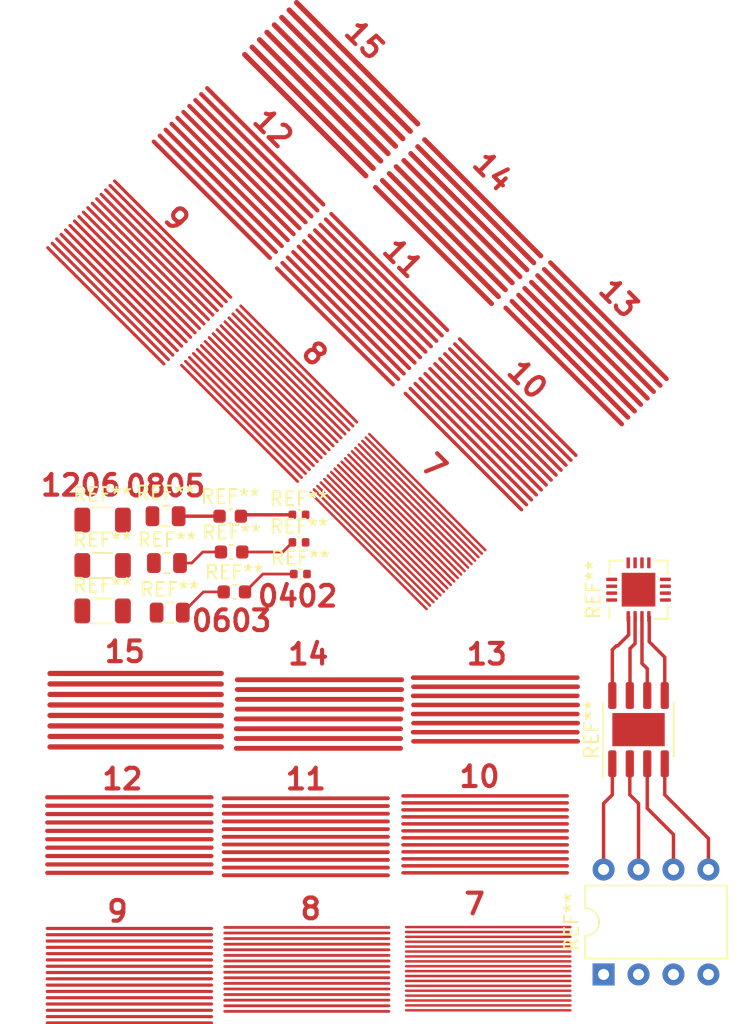
<source format=kicad_pcb>
(kicad_pcb (version 20211014) (generator pcbnew)
  (layers (0 "F.Cu" signal) (31 "B.Cu" signal) (34 "B.Paste" user) (35 "F.Paste" user) (36 "B.SilkS" user "B.Silkscreen") (37 "F.SilkS" user "F.Silkscreen") (38 "B.Mask" user) (39 "F.Mask" user) (44 "Edge.Cuts" user))
  (net 0 "")
  (footprint "Capacitor_SMD:C_1206_3216Metric" (layer "F.Cu") (at 24.621138 55.865062)
    (fp_text reference "REF**" (at 0 -1.85) (layer "F.SilkS"))
    (fp_text value "C_1206_3216Metric")
    (fp_line (start -0.711252 -0.91) (end 0.711252 -0.91) (layer "F.SilkS") (width 0.12))
    (fp_line (start -0.711252 0.91) (end 0.711252 0.91) (layer "F.SilkS") (width 0.12))
    (pad "1" smd roundrect (at -1.475 0) (size 1.15 1.8) (layers "F.Cu" "F.Paste" "F.Mask") (roundrect_rratio 0.2173913043))
    (pad "2" smd roundrect (at 1.475 0) (size 1.15 1.8) (layers "F.Cu" "F.Paste" "F.Mask") (roundrect_rratio 0.2173913043))
  )
  (footprint "Capacitor_SMD:C_0603_1608Metric" (layer "F.Cu") (at 34.196738 57.786462)
    (fp_text reference "REF**" (at 0 -1.43) (layer "F.SilkS"))
    (fp_text value "C_0603_1608Metric")
    (fp_line (start -0.14058 0.51) (end 0.14058 0.51) (layer "F.SilkS") (width 0.12))
    (fp_line (start -0.14058 -0.51) (end 0.14058 -0.51) (layer "F.SilkS") (width 0.12))
    (pad "1" smd roundrect (at -0.775 0) (size 0.9 0.95) (layers "F.Cu" "F.Paste" "F.Mask"))
    (pad "2" smd roundrect (at 0.775 0) (size 0.9 0.95) (layers "F.Cu" "F.Paste" "F.Mask"))
  )
  (footprint "Capacitor_SMD:C_0402_1005Metric" (layer "F.Cu") (at 38.896738 52.186462)
    (fp_text reference "REF**" (at 0 -1.16) (layer "F.SilkS"))
    (fp_text value "C_0402_1005Metric")
    (fp_line (start -0.107836 -0.36) (end 0.107836 -0.36) (layer "F.SilkS") (width 0.12))
    (fp_line (start -0.107836 0.36) (end 0.107836 0.36) (layer "F.SilkS") (width 0.12))
    (pad "1" smd roundrect (at -0.48 0) (size 0.56 0.62) (layers "F.Cu" "F.Paste" "F.Mask"))
    (pad "2" smd roundrect (at 0.48 0) (size 0.56 0.62) (layers "F.Cu" "F.Paste" "F.Mask"))
  )
  (footprint "Capacitor_SMD:C_1206_3216Metric" (layer "F.Cu") (at 24.621138 59.165062)
    (fp_text reference "REF**" (at 0 -1.85) (layer "F.SilkS"))
    (fp_text value "C_1206_3216Metric")
    (fp_line (start -0.711252 -0.91) (end 0.711252 -0.91) (layer "F.SilkS") (width 0.12))
    (fp_line (start -0.711252 0.91) (end 0.711252 0.91) (layer "F.SilkS") (width 0.12))
    (pad "1" smd roundrect (at -1.475 0) (size 1.15 1.8) (layers "F.Cu" "F.Paste" "F.Mask") (roundrect_rratio 0.2173913043))
    (pad "2" smd roundrect (at 1.475 0) (size 1.15 1.8) (layers "F.Cu" "F.Paste" "F.Mask") (roundrect_rratio 0.2173913043))
  )
  (footprint "Package_SO:SOIC-8-1EP_3.9x4.9mm_P1.27mm_EP2.41x3.81mm" (layer "F.Cu") (at 63.575919 67.783355 90)
    (fp_text reference "REF**" (at 0 -3.4 90) (layer "F.SilkS"))
    (fp_text value "SOIC-8-1EP_3.9x4.9mm_P1.27mm_EP2.41x3.81mm")
    (fp_line (start 0 -2.56) (end -3.45 -2.56) (layer "F.SilkS") (width 0.12))
    (fp_line (start 0 2.56) (end -1.95 2.56) (layer "F.SilkS") (width 0.12))
    (fp_line (start 0 -2.56) (end 1.95 -2.56) (layer "F.SilkS") (width 0.12))
    (fp_line (start 0 2.56) (end 1.95 2.56) (layer "F.SilkS") (width 0.12))
    (pad "1" smd roundrect (at -2.475 -1.905 90) (size 1.95 0.6) (layers "F.Cu" "F.Paste" "F.Mask"))
    (pad "2" smd roundrect (at -2.475 -0.635 90) (size 1.95 0.6) (layers "F.Cu" "F.Paste" "F.Mask"))
    (pad "3" smd roundrect (at -2.475 0.635 90) (size 1.95 0.6) (layers "F.Cu" "F.Paste" "F.Mask"))
    (pad "4" smd roundrect (at -2.475 1.905 90) (size 1.95 0.6) (layers "F.Cu" "F.Paste" "F.Mask"))
    (pad "5" smd roundrect (at 2.475 1.905 90) (size 1.95 0.6) (layers "F.Cu" "F.Paste" "F.Mask"))
    (pad "6" smd roundrect (at 2.475 0.635 90) (size 1.95 0.6) (layers "F.Cu" "F.Paste" "F.Mask"))
    (pad "7" smd roundrect (at 2.475 -0.635 90) (size 1.95 0.6) (layers "F.Cu" "F.Paste" "F.Mask"))
    (pad "8" smd roundrect (at 2.475 -1.905 90) (size 1.95 0.6) (layers "F.Cu" "F.Paste" "F.Mask"))
    (pad "9" smd rect (at 0 0 90) (size 2.41 3.81) (layers "F.Cu" "F.Mask"))
  )
  (footprint "Capacitor_SMD:C_0402_1005Metric" (layer "F.Cu") (at 38.896738 54.186462)
    (fp_text reference "REF**" (at 0 -1.16) (layer "F.SilkS"))
    (fp_text value "C_0402_1005Metric")
    (fp_line (start -0.107836 -0.36) (end 0.107836 -0.36) (layer "F.SilkS") (width 0.12))
    (fp_line (start -0.107836 0.36) (end 0.107836 0.36) (layer "F.SilkS") (width 0.12))
    (pad "1" smd roundrect (at -0.48 0) (size 0.56 0.62) (layers "F.Cu" "F.Paste" "F.Mask"))
    (pad "2" smd roundrect (at 0.48 0) (size 0.56 0.62) (layers "F.Cu" "F.Paste" "F.Mask"))
  )
  (footprint "Capacitor_SMD:C_1206_3216Metric" (layer "F.Cu") (at 24.621138 52.565062)
    (fp_text reference "REF**" (at 0 -1.85) (layer "F.SilkS"))
    (fp_text value "C_1206_3216Metric")
    (fp_line (start -0.711252 -0.91) (end 0.711252 -0.91) (layer "F.SilkS") (width 0.12))
    (fp_line (start -0.711252 0.91) (end 0.711252 0.91) (layer "F.SilkS") (width 0.12))
    (pad "1" smd roundrect (at -1.475 0) (size 1.15 1.8) (layers "F.Cu" "F.Paste" "F.Mask") (roundrect_rratio 0.2173913043))
    (pad "2" smd roundrect (at 1.475 0) (size 1.15 1.8) (layers "F.Cu" "F.Paste" "F.Mask") (roundrect_rratio 0.2173913043))
  )
  (footprint "Capacitor_SMD:C_0805_2012Metric" (layer "F.Cu") (at 29.496738 59.286462)
    (fp_text reference "REF**" (at 0 -1.68) (layer "F.SilkS"))
    (fp_text value "C_0805_2012Metric")
    (fp_line (start -0.261252 0.735) (end 0.261252 0.735) (layer "F.SilkS") (width 0.12))
    (fp_line (start -0.261252 -0.735) (end 0.261252 -0.735) (layer "F.SilkS") (width 0.12))
    (pad "1" smd roundrect (at -0.95 0) (size 1 1.45) (layers "F.Cu" "F.Paste" "F.Mask"))
    (pad "2" smd roundrect (at 0.95 0) (size 1 1.45) (layers "F.Cu" "F.Paste" "F.Mask"))
  )
  (footprint "Capacitor_SMD:C_0603_1608Metric" (layer "F.Cu") (at 33.896738 52.286462)
    (fp_text reference "REF**" (at 0 -1.43) (layer "F.SilkS"))
    (fp_text value "C_0603_1608Metric")
    (fp_line (start -0.14058 -0.51) (end 0.14058 -0.51) (layer "F.SilkS") (width 0.12))
    (fp_line (start -0.14058 0.51) (end 0.14058 0.51) (layer "F.SilkS") (width 0.12))
    (pad "1" smd roundrect (at -0.775 0) (size 0.9 0.95) (layers "F.Cu" "F.Paste" "F.Mask"))
    (pad "2" smd roundrect (at 0.775 0) (size 0.9 0.95) (layers "F.Cu" "F.Paste" "F.Mask"))
  )
  (footprint "Capacitor_SMD:C_0805_2012Metric" (layer "F.Cu") (at 29.196738 52.286462)
    (fp_text reference "REF**" (at 0 -1.68) (layer "F.SilkS"))
    (fp_text value "C_0805_2012Metric")
    (fp_line (start -0.261252 0.735) (end 0.261252 0.735) (layer "F.SilkS") (width 0.12))
    (fp_line (start -0.261252 -0.735) (end 0.261252 -0.735) (layer "F.SilkS") (width 0.12))
    (pad "1" smd roundrect (at -0.95 0) (size 1 1.45) (layers "F.Cu" "F.Paste" "F.Mask"))
    (pad "2" smd roundrect (at 0.95 0) (size 1 1.45) (layers "F.Cu" "F.Paste" "F.Mask"))
  )
  (footprint "Capacitor_SMD:C_0402_1005Metric" (layer "F.Cu") (at 38.996738 56.486462)
    (fp_text reference "REF**" (at 0 -1.16) (layer "F.SilkS"))
    (fp_text value "C_0402_1005Metric")
    (fp_line (start -0.107836 -0.36) (end 0.107836 -0.36) (layer "F.SilkS") (width 0.12))
    (fp_line (start -0.107836 0.36) (end 0.107836 0.36) (layer "F.SilkS") (width 0.12))
    (pad "1" smd roundrect (at -0.48 0) (size 0.56 0.62) (layers "F.Cu" "F.Paste" "F.Mask"))
    (pad "2" smd roundrect (at 0.48 0) (size 0.56 0.62) (layers "F.Cu" "F.Paste" "F.Mask"))
  )
  (footprint "Capacitor_SMD:C_0603_1608Metric" (layer "F.Cu") (at 33.996738 54.886462)
    (fp_text reference "REF**" (at 0 -1.43) (layer "F.SilkS"))
    (fp_text value "C_0603_1608Metric")
    (fp_line (start -0.14058 0.51) (end 0.14058 0.51) (layer "F.SilkS") (width 0.12))
    (fp_line (start -0.14058 -0.51) (end 0.14058 -0.51) (layer "F.SilkS") (width 0.12))
    (pad "1" smd roundrect (at -0.775 0) (size 0.9 0.95) (layers "F.Cu" "F.Paste" "F.Mask"))
    (pad "2" smd roundrect (at 0.775 0) (size 0.9 0.95) (layers "F.Cu" "F.Paste" "F.Mask"))
  )
  (footprint "Capacitor_SMD:C_0805_2012Metric" (layer "F.Cu") (at 29.296738 55.686462)
    (fp_text reference "REF**" (at 0 -1.68) (layer "F.SilkS"))
    (fp_text value "C_0805_2012Metric")
    (fp_line (start -0.261252 0.735) (end 0.261252 0.735) (layer "F.SilkS") (width 0.12))
    (fp_line (start -0.261252 -0.735) (end 0.261252 -0.735) (layer "F.SilkS") (width 0.12))
    (pad "1" smd roundrect (at -0.95 0) (size 1 1.45) (layers "F.Cu" "F.Paste" "F.Mask"))
    (pad "2" smd roundrect (at 0.95 0) (size 1 1.45) (layers "F.Cu" "F.Paste" "F.Mask"))
  )
  (footprint "Package_DIP:DIP-8_W7.62mm" (layer "F.Cu") (at 61.035919 85.563355 90)
    (fp_text reference "REF**" (at 3.81 -2.33 90) (layer "F.SilkS"))
    (fp_text value "DIP-8_W7.62mm")
    (fp_line (start 1.16 8.95) (end 6.46 8.95) (layer "F.SilkS") (width 0.12))
    (fp_line (start 2.81 -1.33) (end 1.16 -1.33) (layer "F.SilkS") (width 0.12))
    (fp_line (start 6.46 -1.33) (end 4.81 -1.33) (layer "F.SilkS") (width 0.12))
    (fp_line (start 1.16 -1.33) (end 1.16 8.95) (layer "F.SilkS") (width 0.12))
    (fp_line (start 6.46 8.95) (end 6.46 -1.33) (layer "F.SilkS") (width 0.12))
    (fp_arc (start 4.81 -1.33) (mid 3.81 -0.33) (end 2.81 -1.33) (layer "F.SilkS") (width 0.12))
    (pad "1" thru_hole rect (at 0 0 90) (size 1.6 1.6) (drill 0.8) (layers *.Cu *.Mask))
    (pad "2" thru_hole oval (at 0 2.54 90) (size 1.6 1.6) (drill 0.8) (layers *.Cu *.Mask))
    (pad "3" thru_hole oval (at 0 5.08 90) (size 1.6 1.6) (drill 0.8) (layers *.Cu *.Mask))
    (pad "4" thru_hole oval (at 0 7.62 90) (size 1.6 1.6) (drill 0.8) (layers *.Cu *.Mask))
    (pad "5" thru_hole oval (at 7.62 7.62 90) (size 1.6 1.6) (drill 0.8) (layers *.Cu *.Mask))
    (pad "6" thru_hole oval (at 7.62 5.08 90) (size 1.6 1.6) (drill 0.8) (layers *.Cu *.Mask))
    (pad "7" thru_hole oval (at 7.62 2.54 90) (size 1.6 1.6) (drill 0.8) (layers *.Cu *.Mask))
    (pad "8" thru_hole oval locked (at 7.62 0 90) (size 1.6 1.6) (drill 0.8) (layers *.Cu *.Mask))
  )
  (footprint "Package_DFN_QFN:QFN-16-1EP_4x4mm_P0.5mm_EP2.45x2.45mm" (layer "F.Cu") (at 63.575919 57.623355 90)
    (fp_text reference "REF**" (at 0 -3.299999 90) (layer "F.SilkS"))
    (fp_text value "QFN-16-1EP_4x4mm_P0.5mm_EP2.45x2.45mm")
    (fp_line (start -1.135 -2.11) (end -2.11 -2.11) (layer "F.SilkS") (width 0.12))
    (fp_line (start 1.135 2.11) (end 2.11 2.11) (layer "F.SilkS") (width 0.12))
    (fp_line (start -2.11 2.11) (end -2.11 1.135) (layer "F.SilkS") (width 0.12))
    (fp_line (start 1.135 -2.11) (end 2.11 -2.11) (layer "F.SilkS") (width 0.12))
    (fp_line (start 2.11 2.11) (end 2.11 1.135) (layer "F.SilkS") (width 0.12))
    (fp_line (start 2.11 -2.11) (end 2.11 -1.135) (layer "F.SilkS") (width 0.12))
    (fp_line (start -1.135 2.11) (end -2.11 2.11) (layer "F.SilkS") (width 0.12))
    (pad "1" smd roundrect (at -1.95 -0.75 90) (size 0.8 0.25) (layers "F.Cu" "F.Paste" "F.Mask"))
    (pad "2" smd roundrect (at -1.95 -0.25 90) (size 0.8 0.25) (layers "F.Cu" "F.Paste" "F.Mask"))
    (pad "3" smd roundrect (at -1.95 0.25 90) (size 0.8 0.25) (layers "F.Cu" "F.Paste" "F.Mask"))
    (pad "4" smd roundrect (at -1.95 0.75 90) (size 0.8 0.25) (layers "F.Cu" "F.Paste" "F.Mask"))
    (pad "5" smd roundrect (at -0.75 1.95 90) (size 0.25 0.8) (layers "F.Cu" "F.Paste" "F.Mask"))
    (pad "6" smd roundrect (at -0.25 1.95 90) (size 0.25 0.8) (layers "F.Cu" "F.Paste" "F.Mask"))
    (pad "7" smd roundrect (at 0.25 1.95 90) (size 0.25 0.8) (layers "F.Cu" "F.Paste" "F.Mask"))
    (pad "8" smd roundrect (at 0.75 1.95 90) (size 0.25 0.8) (layers "F.Cu" "F.Paste" "F.Mask"))
    (pad "9" smd roundrect (at 1.95 0.75 90) (size 0.8 0.25) (layers "F.Cu" "F.Paste" "F.Mask"))
    (pad "10" smd roundrect (at 1.95 0.25 90) (size 0.8 0.25) (layers "F.Cu" "F.Paste" "F.Mask"))
    (pad "11" smd roundrect (at 1.95 -0.25 90) (size 0.8 0.25) (layers "F.Cu" "F.Paste" "F.Mask"))
    (pad "12" smd roundrect (at 1.95 -0.75 90) (size 0.8 0.25) (layers "F.Cu" "F.Paste" "F.Mask"))
    (pad "13" smd roundrect (at 0.75 -1.95 90) (size 0.25 0.8) (layers "F.Cu" "F.Paste" "F.Mask"))
    (pad "14" smd roundrect (at 0.25 -1.95 90) (size 0.25 0.8) (layers "F.Cu" "F.Paste" "F.Mask"))
    (pad "15" smd roundrect (at -0.25 -1.95 90) (size 0.25 0.8) (layers "F.Cu" "F.Paste" "F.Mask"))
    (pad "16" smd roundrect (at -0.75 -1.95 90) (size 0.25 0.8) (layers "F.Cu" "F.Paste" "F.Mask"))
    (pad "17" smd rect (at 0 0 90) (size 2.45 2.45) (layers "F.Cu" "F.Mask"))
  )
  (gr_text "1206" (at 23.034938 50.040862) (layer "F.Cu") (effects (font (size 1.5 1.5) (thickness 0.3))))
  (gr_text "15" (at 43.679503 17.723406 315) (layer "F.Cu") (effects (font (size 1.5 1.5) (thickness 0.3))))
  (gr_text "12\n" (at 26.057538 71.376862) (layer "F.Cu") (effects (font (size 1.5 1.5) (thickness 0.3))))
  (gr_text "10" (at 55.497521 42.365229 315) (layer "F.Cu") (effects (font (size 1.5 1.5) (thickness 0.3))))
  (gr_text "13" (at 52.549738 62.309062) (layer "F.Cu") (effects (font (size 1.5 1.5) (thickness 0.3))))
  (gr_text "15" (at 26.235338 62.131262) (layer "F.Cu") (effects (font (size 1.5 1.5) (thickness 0.3))))
  (gr_text "10" (at 52.016338 71.199062) (layer "F.Cu") (effects (font (size 1.5 1.5) (thickness 0.3))))
  (gr_text "11" (at 39.392538 71.376862) (layer "F.Cu") (effects (font (size 1.5 1.5) (thickness 0.3))))
  (gr_text "0805" (at 29.191338 50.097262) (layer "F.Cu") (effects (font (size 1.5 1.5) (thickness 0.3))))
  (gr_text "13" (at 62.160871 36.456221 315) (layer "F.Cu") (effects (font (size 1.5 1.5) (thickness 0.3))))
  (gr_text "7" (at 51.660738 80.444662) (layer "F.Cu") (effects (font (size 1.5 1.5) (thickness 0.3))))
  (gr_text "0402" (at 38.792538 58.098262) (layer "F.Cu") (effects (font (size 1.5 1.5) (thickness 0.3))))
  (gr_text "11" (at 46.445422 33.564577 315) (layer "F.Cu") (effects (font (size 1.5 1.5) (thickness 0.3))))
  (gr_text "12\n" (at 37.016153 24.135308 315) (layer "F.Cu") (effects (font (size 1.5 1.5) (thickness 0.3))))
  (gr_text "8" (at 39.748138 80.800262) (layer "F.Cu") (effects (font (size 1.5 1.5) (thickness 0.3))))
  (gr_text "9" (at 29.975633 30.672936 315) (layer "F.Cu") (effects (font (size 1.5 1.5) (thickness 0.3))))
  (gr_text "0603" (at 33.991938 59.876262) (layer "F.Cu") (effects (font (size 1.5 1.5) (thickness 0.3))))
  (gr_text "7" (at 48.708447 48.651408 315) (layer "F.Cu") (effects (font (size 1.5 1.5) (thickness 0.3))))
  (gr_text "14" (at 52.983049 27.278399 315) (layer "F.Cu") (effects (font (size 1.5 1.5) (thickness 0.3))))
  (gr_text "9" (at 25.701938 80.978062) (layer "F.Cu") (effects (font (size 1.5 1.5) (thickness 0.3))))
  (gr_text "8" (at 40.033519 40.479375 315) (layer "F.Cu") (effects (font (size 1.5 1.5) (thickness 0.3))))
  (gr_text "14" (at 39.570338 62.309062) (layer "F.Cu") (effects (font (size 1.5 1.5) (thickness 0.3))))
  (segment (start 20.799738 67.516062) (end 33.245738 67.516062) (width 0.381) (layer "F.Cu") (net 0))
  (segment (start 49.139499 40.856546) (end 57.58094 49.297987) (width 0.254) (layer "F.Cu") (net 0))
  (segment (start 47.523053 25.446428) (end 55.964492 33.887867) (width 0.3556) (layer "F.Cu") (net 0))
  (segment (start 21.929323 31.499119) (end 30.370764 39.940558) (width 0.2286) (layer "F.Cu") (net 0))
  (segment (start 31.358592 22.06985) (end 39.800031 30.511291) (width 0.3048) (layer "F.Cu") (net 0))
  (segment (start 20.959456 32.468987) (end 29.400895 40.910428) (width 0.2286) (layer "F.Cu") (net 0))
  (segment (start 47.190338 64.010862) (end 59.128338 64.010862) (width 0.3302) (layer "F.Cu") (net 0))
  (segment (start 28.772278 24.656164) (end 37.213718 33.097604) (width 0.3048) (layer "F.Cu") (net 0))
  (segment (start 32.077012 39.599309) (end 40.518453 48.040751) (width 0.2032) (layer "F.Cu") (net 0))
  (segment (start 43.499898 46.819435) (end 51.941338 55.260876) (width 0.1778) (layer "F.Cu") (net 0))
  (segment (start 33.499738 87.023262) (end 45.437738 87.023262) (width 0.2032) (layer "F.Cu") (net 0))
  (segment (start 25.162215 28.266227) (end 33.603655 36.707667) (width 0.2286) (layer "F.Cu") (net 0))
  (segment (start 38.183587 15.532224) (end 46.984238 24.332875) (width 0.381) (layer "F.Cu") (net 0))
  (segment (start 20.596538 88.623462) (end 32.534538 88.623462) (width 0.2286) (layer "F.Cu") (net 0))
  (segment (start 44.002793 46.316542) (end 52.444231 54.757983) (width 0.1778) (layer "F.Cu") (net 0))
  (segment (start 33.423538 76.126662) (end 45.361538 76.126662) (width 0.2794) (layer "F.Cu") (net 0))
  (segment (start 20.596538 86.337462) (end 32.534538 86.337462) (width 0.2286) (layer "F.Cu") (net 0))
  (segment (start 64.210919 70.258356) (end 64.210919 73.498356) (width 0.25) (layer "F.Cu") (net 0))
  (segment (start 20.596538 83.137062) (end 32.534538 83.137062) (width 0.2286) (layer "F.Cu") (net 0))
  (segment (start 56.718834 34.354841) (end 65.160275 42.796281) (width 0.3302) (layer "F.Cu") (net 0))
  (segment (start 46.682338 82.476662) (end 58.620338 82.476662) (width 0.1778) (layer "F.Cu") (net 0))
  (segment (start 20.596538 87.709062) (end 32.534538 87.709062) (width 0.2286) (layer "F.Cu") (net 0))
  (segment (start 61.035919 77.943355) (end 61.035919 73.148355) (width 0.25) (layer "F.Cu") (net 0))
  (segment (start 46.453738 74.120062) (end 58.391738 74.120062) (width 0.254) (layer "F.Cu") (net 0))
  (segment (start 65.480919 62.528356) (end 65.480919 65.308356) (width 0.25) (layer "F.Cu") (net 0))
  (segment (start 47.215738 67.312862) (end 59.153738 67.312862) (width 0.3302) (layer "F.Cu") (net 0))
  (segment (start 20.596538 74.526462) (end 32.534538 74.526462) (width 0.3048) (layer "F.Cu") (net 0))
  (segment (start 34.337938 67.719262) (end 46.275938 67.719262) (width 0.3556) (layer "F.Cu") (net 0))
  (segment (start 23.545769 29.882673) (end 31.987209 38.324113) (width 0.2286) (layer "F.Cu") (net 0))
  (segment (start 34.337938 67.008062) (end 46.275938 67.008062) (width 0.3556) (layer "F.Cu") (net 0))
  (segment (start 20.596538 73.916862) (end 32.534538 73.916862) (width 0.3048) (layer "F.Cu") (net 0))
  (segment (start 63.575919 77.943355) (end 63.575919 73.148355) (width 0.25) (layer "F.Cu") (net 0))
  (segment (start 40.841743 30.726817) (end 49.283183 39.168257) (width 0.2794) (layer "F.Cu") (net 0))
  (segment (start 33.499738 82.959262) (end 45.437738 82.959262) (width 0.2032) (layer "F.Cu") (net 0))
  (segment (start 38.416738 54.186462) (end 37.716738 54.886462) (width 0.2) (layer "F.Cu") (net 0))
  (segment (start 55.784887 35.288787) (end 64.22633 43.730228) (width 0.3302) (layer "F.Cu") (net 0))
  (segment (start 33.423538 77.244262) (end 45.361538 77.244262) (width 0.2794) (layer "F.Cu") (net 0))
  (segment (start 38.866086 32.702473) (end 47.307527 41.143914) (width 0.2794) (layer "F.Cu") (net 0))
  (segment (start 20.799738 65.992062) (end 33.245738 65.992062) (width 0.381) (layer "F.Cu") (net 0))
  (segment (start 20.799738 68.278062) (end 33.245738 68.278062) (width 0.381) (layer "F.Cu") (net 0))
  (segment (start 62.855918 59.603355) (end 62.855918 60.903356) (width 0.25) (layer "F.Cu") (net 0))
  (segment (start 33.499738 82.146462) (end 45.437738 82.146462) (width 0.2032) (layer "F.Cu") (net 0))
  (segment (start 33.423538 73.332662) (end 45.361538 73.332662) (width 0.2794) (layer "F.Cu") (net 0))
  (segment (start 33.421738 57.786462) (end 31.946738 57.786462) (width 0.2) (layer "F.Cu") (net 0))
  (segment (start 30.640171 41.03615) (end 39.081612 49.477591) (width 0.2032) (layer "F.Cu") (net 0))
  (segment (start 20.596538 82.679862) (end 32.534538 82.679862) (width 0.2286) (layer "F.Cu") (net 0))
  (segment (start 64.210919 73.498356) (end 66.115918 75.403355) (width 0.25) (layer "F.Cu") (net 0))
  (segment (start 29.203331 24.225112) (end 37.644771 32.666552) (width 0.3048) (layer "F.Cu") (net 0))
  (segment (start 22.252612 31.17583) (end 30.694052 39.61727) (width 0.2286) (layer "F.Cu") (net 0))
  (segment (start 31.789644 21.638798) (end 40.231084 30.080238) (width 0.3048) (layer "F.Cu") (net 0))
  (segment (start 30.352803 41.323519) (end 38.794244 49.76496) (width 0.2032) (layer "F.Cu") (net 0))
  (segment (start 62.855918 60.903356) (end 62.055919 61.703355) (width 0.25) (layer "F.Cu") (net 0))
  (segment (start 34.414138 65.585662) (end 46.352138 65.585662) (width 0.3556) (layer "F.Cu") (net 0))
  (segment (start 30.927538 40.748783) (end 39.368981 49.190224) (width 0.2032) (layer "F.Cu") (net 0))
  (segment (start 44.451806 28.409911) (end 52.893246 36.851351) (width 0.3556) (layer "F.Cu") (net 0))
  (segment (start 33.423538 73.891462) (end 45.361538 73.891462) (width 0.2794) (layer "F.Cu") (net 0))
  (segment (start 47.020159 25.949321) (end 55.4616 34.390762) (width 0.3556) (layer "F.Cu") (net 0))
  (segment (start 28.341226 25.087216) (end 36.782665 33.528657) (width 0.3048) (layer "F.Cu") (net 0))
  (segment (start 33.499738 88.242462) (end 45.437738 88.242462) (width 0.2032) (layer "F.Cu") (net 0))
  (segment (start 20.596538 82.222662) (end 32.534538 82.222662) (width 0.2286) (layer "F.Cu") (net 0))
  (segment (start 46.517264 26.452215) (end 54.958705 34.893656) (width 0.3556) (layer "F.Cu") (net 0))
  (segment (start 20.596538 85.880262) (end 32.534538 85.880262) (width 0.2286) (layer "F.Cu") (net 0))
  (segment (start 64.355918 59.603355) (end 64.355919 61.403356) (width 0.25) (layer "F.Cu") (net 0))
  (segment (start 31.896738 54.886462) (end 33.221738 54.886462) (width 0.2) (layer "F.Cu") (net 0))
  (segment (start 42.745557 47.573778) (end 51.186997 56.015218) (width 0.1778) (layer "F.Cu") (net 0))
  (segment (start 37.680692 33.887867) (end 46.122133 42.329308) (width 0.2794) (layer "F.Cu") (net 0))
  (segment (start 33.423538 75.567862) (end 45.361538 75.567862) (width 0.2794) (layer "F.Cu") (net 0))
  (segment (start 33.423538 78.361862) (end 45.361538 78.361862) (width 0.2794) (layer "F.Cu") (net 0))
  (segment (start 25.485505 27.942938) (end 33.926945 36.384378) (width 0.2286) (layer "F.Cu") (net 0))
  (segment (start 34.088589 37.587732) (end 42.530031 46.029174) (width 0.2032) (layer "F.Cu") (net 0))
  (segment (start 64.210919 63.358355) (end 64.210919 65.308355) (width 0.25) (layer "F.Cu") (net 0))
  (segment (start 22.89919 30.529251) (end 31.340631 38.970692) (width 0.2286) (layer "F.Cu") (net 0))
  (segment (start 20.596538 76.964862) (end 32.534538 76.964862) (width 0.3048) (layer "F.Cu") (net 0))
  (segment (start 68.655919 75.688355) (end 68.655919 77.943356) (width 0.25) (layer "F.Cu") (net 0))
  (segment (start 47.190338 66.652462) (end 59.128338 66.652462) (width 0.3302) (layer "F.Cu") (net 0))
  (segment (start 46.453738 72.596062) (end 58.391738 72.596062) (width 0.254) (layer "F.Cu") (net 0))
  (segment (start 40.446611 31.121948) (end 48.888052 39.563389) (width 0.2794) (layer "F.Cu") (net 0))
  (segment (start 33.423538 74.450262) (end 45.361538 74.450262) (width 0.2794) (layer "F.Cu") (net 0))
  (segment (start 47.343448 42.652597) (end 55.784889 51.094038) (width 0.254) (layer "F.Cu") (net 0))
  (segment (start 46.453738 75.644062) (end 58.391738 75.644062) (width 0.254) (layer "F.Cu") (net 0))
  (segment (start 38.470955 33.097605) (end 46.912396 41.539045) (width 0.2794) (layer "F.Cu") (net 0))
  (segment (start 31.946738 57.786462) (end 30.446738 59.286462) (width 0.2) (layer "F.Cu") (net 0))
  (segment (start 44.9547 27.907017) (end 53.39614 36.348457) (width 0.3556) (layer "F.Cu") (net 0))
  (segment (start 46.682338 83.543462) (end 58.620338 83.543462) (width 0.1778) (layer "F.Cu") (net 0))
  (segment (start 33.499738 87.836062) (end 45.437738 87.836062) (width 0.2032) (layer "F.Cu") (net 0))
  (segment (start 33.121738 52.286462) (end 30.146738 52.286462) (width 0.25) (layer "F.Cu") (net 0))
  (segment (start 46.682338 87.455062) (end 58.620338 87.455062) (width 0.1778) (layer "F.Cu") (net 0))
  (segment (start 46.682338 87.810662) (end 58.620338 87.810662) (width 0.1778) (layer "F.Cu") (net 0))
  (segment (start 20.596538 89.080662) (end 32.534538 89.080662) (width 0.2286) (layer "F.Cu") (net 0))
  (segment (start 24.192348 29.236095) (end 32.633788 37.677535) (width 0.2286) (layer "F.Cu") (net 0))
  (segment (start 46.682338 83.899062) (end 58.620338 83.899062) (width 0.1778) (layer "F.Cu") (net 0))
  (segment (start 32.220697 21.207746) (end 40.662137 29.649186) (width 0.3048) (layer "F.Cu") (net 0))
  (segment (start 30.065435 23.363007) (end 38.506875 31.804447) (width 0.3048) (layer "F.Cu") (net 0))
  (segment (start 48.780289 41.215756) (end 57.22173 49.657197) (width 0.254) (layer "F.Cu") (net 0))
  (segment (start 30.246738 55.686462) (end 31.096738 55.686462) (width 0.2) (layer "F.Cu") (net 0))
  (segment (start 37.716738 54.886462) (end 34.771738 54.886462) (width 0.2) (layer "F.Cu") (net 0))
  (segment (start 53.916993 37.156681) (end 62.358436 45.598121) (width 0.3302) (layer "F.Cu") (net 0))
  (segment (start 33.499738 82.552862) (end 45.437738 82.552862) (width 0.2032) (layer "F.Cu") (net 0))
  (segment (start 34.337938 68.430462) (end 46.275938 68.430462) (width 0.3556) (layer "F.Cu") (net 0))
  (segment (start 23.869059 29.559384) (end 32.310498 38.000825) (width 0.2286) (layer "F.Cu") (net 0))
  (segment (start 33.499738 86.210462) (end 45.437738 86.210462) (width 0.2032) (layer "F.Cu") (net 0))
  (segment (start 41.739767 48.579566) (end 50.181209 57.021007) (width 0.1778) (layer "F.Cu") (net 0))
  (segment (start 62.955918 61.903355) (end 62.955918 65.293355) (width 0.25) (layer "F.Cu") (net 0))
  (segment (start 31.789644 39.886678) (end 40.231085 48.328119) (width 0.2032) (layer "F.Cu") (net 0))
  (segment (start 41.991215 48.328118) (end 50.432655 56.769559) (width 0.1778) (layer "F.Cu") (net 0))
  (segment (start 33.499738 84.178462) (end 45.437738 84.178462) (width 0.2032) (layer "F.Cu") (net 0))
  (segment (start 20.636166 32.792276) (end 29.077606 41.233716) (width 0.2286) (layer "F.Cu") (net 0))
  (segment (start 38.416738 52.186462) (end 34.771738 52.186462) (width 0.25) (layer "F.Cu") (net 0))
  (segment (start 34.414138 64.163262) (end 46.352138 64.163262) (width 0.3556) (layer "F.Cu") (net 0))
  (segment (start 20.596538 75.745662) (end 32.534538 75.745662) (width 0.3048) (layer "F.Cu") (net 0))
  (segment (start 62.940919 72.513355) (end 62.940919 70.258355) (width 0.25) (layer "F.Cu") (net 0))
  (segment (start 39.728191 50.591144) (end 48.169631 59.032584) (width 0.1778) (layer "F.Cu") (net 0))
  (segment (start 46.682338 85.677062) (end 58.620338 85.677062) (width 0.1778) (layer "F.Cu") (net 0))
  (segment (start 48.061867 41.934177) (end 56.503309 50.375619) (width 0.254) (layer "F.Cu") (net 0))
  (segment (start 47.215738 68.633662) (end 59.153738 68.633662) (width 0.3302) (layer "F.Cu") (net 0))
  (segment (start 49.85792 40.138126) (end 58.29936 48.579566) (width 0.254) (layer "F.Cu") (net 0))
  (segment (start 42.242663 48.076672) (end 50.684102 56.518113) (width 0.1778) (layer "F.Cu") (net 0))
  (segment (start 49.498708 40.497336) (end 57.94015 48.938778) (width 0.254) (layer "F.Cu") (net 0))
  (segment (start 20.596538 77.574462) (end 32.534538 77.574462) (width 0.3048) (layer "F.Cu") (net 0))
  (segment (start 20.596538 84.508662) (end 32.534538 84.508662) (width 0.2286) (layer "F.Cu") (net 0))
  (segment (start 24.838926 28.589516) (end 33.280367 37.030957) (width 0.2286) (layer "F.Cu") (net 0))
  (segment (start 61.670918 61.988355) (end 61.670918 65.308356) (width 0.25) (layer "F.Cu") (net 0))
  (segment (start 20.596538 78.184062) (end 32.534538 78.184062) (width 0.3048) (layer "F.Cu") (net 0))
  (segment (start 46.682338 86.388262) (end 58.620338 86.388262) (width 0.1778) (layer "F.Cu") (net 0))
  (segment (start 57.167848 33.869906) (end 65.609289 42.311348) (width 0.3302) (layer "F.Cu") (net 0))
  (segment (start 46.682338 84.965862) (end 58.620338 84.965862) (width 0.1778) (layer "F.Cu") (net 0))
  (segment (start 64.325918 59.573356) (end 64.355918 59.603355) (width 0.25) (layer "F.Cu") (net 0))
  (segment (start 47.215738 64.671262) (end 59.153738 64.671262) (width 0.3302) (layer "F.Cu") (net 0))
  (segment (start 33.499738 83.772062) (end 45.437738 83.772062) (width 0.2032) (layer "F.Cu") (net 0))
  (segment (start 46.682338 82.121062) (end 58.620338 82.121062) (width 0.1778) (layer "F.Cu") (net 0))
  (segment (start 46.453738 73.104062) (end 58.391738 73.104062) (width 0.254) (layer "F.Cu") (net 0))
  (segment (start 20.799738 69.040062) (end 33.245738 69.040062) (width 0.381) (layer "F.Cu") (net 0))
  (segment (start 34.375957 37.300365) (end 42.817399 45.741805) (width 0.2032) (layer "F.Cu") (net 0))
  (segment (start 34.663326 37.012996) (end 43.104767 45.454437) (width 0.2032) (layer "F.Cu") (net 0))
  (segment (start 40.482532 49.836801) (end 48.923972 58.278242) (width 0.1778) (layer "F.Cu") (net 0))
  (segment (start 66.115918 75.403355) (end 66.115919 77.943356) (width 0.25) (layer "F.Cu") (net 0))
  (segment (start 65.480919 70.258355) (end 65.480919 72.513355) (width 0.25) (layer "F.Cu") (net 0))
  (segment (start 46.984238 43.011808) (end 55.425679 51.453249) (width 0.254) (layer "F.Cu") (net 0))
  (segment (start 28.146738 55.886462) (end 28.346738 55.686462) (width 0.2) (layer "F.Cu") (net 0))
  (segment (start 40.05148 31.51708) (end 48.49292 39.95852) (width 0.2794) (layer "F.Cu") (net 0))
  (segment (start 47.190338 67.973262) (end 59.128338 67.973262) (width 0.3302) (layer "F.Cu") (net 0))
  (segment (start 20.596538 88.166262) (end 32.534538 88.166262) (width 0.2286) (layer "F.Cu") (net 0))
  (segment (start 54.850941 36.222733) (end 63.292383 44.664175) (width 0.3302) (layer "F.Cu") (net 0))
  (segment (start 33.499738 83.365662) (end 45.437738 83.365662) (width 0.2032) (layer "F.Cu") (net 0))
  (segment (start 21.606034 31.822408) (end 30.047473 40.263849) (width 0.2286) (layer "F.Cu") (net 0))
  (segment (start 43.751346 46.567989) (end 52.192785 55.00943) (width 0.1778) (layer "F.Cu") (net 0))
  (segment (start 21.282745 32.145698) (end 29.724185 40.587138) (width 0.2286) (layer "F.Cu") (net 0))
  (segment (start 20.596538 73.307262) (end 32.534538 73.307262) (width 0.3048) (layer "F.Cu") (net 0))
  (segment (start 20.596538 83.594262) (end 32.534538 83.594262) (width 0.2286) (layer "F.Cu") (net 0))
  (segment (start 62.955918 65.293355) (end 62.940918 65.308355) (width 0.25) (layer "F.Cu") (net 0))
  (segment (start 41.48832 48.831013) (end 49.92976 57.272454) (width 0.1778) (layer "F.Cu") (net 0))
  (segment (start 63.575919 73.148355) (end 62.940919 72.513355) (width 0.25) (layer "F.Cu") (net 0))
  (segment (start 32.364379 39.311942) (end 40.805822 47.753383) (width 0.2032) (layer "F.Cu") (net 0))
  (segment (start 46.453738 74.628062) (end 58.391738 74.628062) (width 0.254) (layer "F.Cu") (net 0))
  (segment (start 20.596538 87.251862) (end 32.534538 87.251862) (width 0.2286) (layer "F.Cu") (net 0))
  (segment (start 26.196138 59.265062) (end 26.096138 59.165062) (width 0.2) (layer "F.Cu") (net 0))
  (segment (start 47.215738 65.992062) (end 59.153738 65.992062) (width 0.3302) (layer "F.Cu") (net 0))
  (segment (start 33.499738 86.616862) (end 45.437738 86.616862) (width 0.2032) (layer "F.Cu") (net 0))
  (segment (start 22.575902 30.852541) (end 31.017342 39.293981) (width 0.2286) (layer "F.Cu") (net 0))
  (segment (start 56.233901 34.803853) (end 64.675342 43.245293) (width 0.3302) (layer "F.Cu") (net 0))
  (segment (start 24.515637 28.912805) (end 32.957076 37.354246) (width 0.2286) (layer "F.Cu") (net 0))
  (segment (start 40.73398 49.585355) (end 49.175419 58.026796) (width 0.1778) (layer "F.Cu") (net 0))
  (segment (start 20.596538 84.965862) (end 32.534538 84.965862) (width 0.2286) (layer "F.Cu") (net 0))
  (segment (start 46.453738 73.612062) (end 58.391738 73.612062) (width 0.254) (layer "F.Cu") (net 0))
  (segment (start 61.955919 61.703355) (end 61.670918 61.988355) (width 0.25) (layer "F.Cu") (net 0))
  (segment (start 50.57634 39.419705) (end 59.017781 47.861146) (width 0.254) (layer "F.Cu") (net 0))
  (segment (start 33.226485 38.449837) (end 41.667926 46.891278) (width 0.2032) (layer "F.Cu") (net 0))
  (segment (start 54.366007 36.671747) (end 62.807448 45.113187) (width 0.3302) (layer "F.Cu") (net 0))
  (segment (start 20.596538 72.697662) (end 32.534538 72.697662) (width 0.3048) (layer "F.Cu") (net 0))
  (segment (start 33.80122 37.875101) (end 42.242663 46.316542) (width 0.2032) (layer "F.Cu") (net 0))
  (segment (start 46.682338 88.166262) (end 58.620338 88.166262) (width 0.1778) (layer "F.Cu") (net 0))
  (segment (start 48.025947 24.943531) (end 56.467388 33.384973) (width 0.3556) (layer "F.Cu") (net 0))
  (segment (start 40.231084 50.088249) (end 48.672526 58.52969) (width 0.1778) (layer "F.Cu") (net 0))
  (segment (start 63.325918 61.533355) (end 62.955918 61.903355) (width 0.25) (layer "F.Cu") (net 0))
  (segment (start 23.22248 30.205962) (end 31.663919 38.647403) (width 0.2286) (layer "F.Cu") (net 0))
  (segment (start 39.656349 31.912211) (end 48.09779 40.353652) (width 0.2794) (layer "F.Cu") (net 0))
  (segment (start 33.499738 85.804062) (end 45.437738 85.804062) (width 0.2032) (layer "F.Cu") (net 0))
  (segment (start 20.596538 75.136062) (end 32.534538 75.136062) (width 0.3048) (layer "F.Cu") (net 0))
  (segment (start 31.502275 40.174047) (end 39.943717 48.615487) (width 0.2032) (layer "F.Cu") (net 0))
  (segment (start 63.825919 62.973356) (end 64.210919 63.358355) (width 0.25) (layer "F.Cu") (net 0))
  (segment (start 31.214907 40.461414) (end 39.656349 48.902856) (width 0.2032) (layer "F.Cu") (net 0))
  (segment (start 46.453738 77.676062) (end 58.391738 77.676062) (width 0.254) (layer "F.Cu") (net 0))
  (segment (start 36.271738 56.486462) (end 34.971738 57.786462) (width 0.2) (layer "F.Cu") (net 0))
  (segment (start 38.075824 33.492736) (end 46.517263 41.934177) (width 0.2794) (layer "F.Cu") (net 0))
  (segment (start 20.799738 63.706062) (end 33.245738 63.706062) (width 0.381) (layer "F.Cu") (net 0))
  (segment (start 33.423538 72.773862) (end 45.361538 72.773862) (width 0.2794) (layer "F.Cu") (net 0))
  (segment (start 31.096738 55.686462) (end 31.896738 54.886462) (width 0.2) (layer "F.Cu") (net 0))
  (segment (start 48.421079 41.574967) (end 56.862519 50.016407) (width 0.254) (layer "F.Cu") (net 0))
  (segment (start 46.453738 75.136062) (end 58.391738 75.136062) (width 0.254) (layer "F.Cu") (net 0))
  (segment (start 30.496488 22.931955) (end 38.937927 31.373396) (width 0.3048) (layer "F.Cu") (net 0))
  (segment (start 46.682338 84.610262) (end 58.620338 84.610262) (width 0.1778) (layer "F.Cu") (net 0))
  (segment (start 46.453738 76.660062) (end 58.391738 76.660062) (width 0.254) (layer "F.Cu") (net 0))
  (segment (start 29.634383 23.794059) (end 38.075822 32.2355) (width 0.3048) (layer "F.Cu") (net 0))
  (segment (start 61.035919 73.148355) (end 61.670918 72.513355) (width 0.25) (layer "F.Cu") (net 0))
  (segment (start 38.516738 56.486462) (end 36.271738 56.486462) (width 0.2) (layer "F.Cu") (net 0))
  (segment (start 28.246738 52.286462) (end 27.946738 52.586462) (width 0.25) (layer "F.Cu") (net 0))
  (segment (start 33.423538 75.009062) (end 45.361538 75.009062) (width 0.2794) (layer "F.Cu") (net 0))
  (segment (start 46.682338 85.321462) (end 58.620338 85.321462) (width 0.1778) (layer "F.Cu") (net 0))
  (segment (start 34.414138 64.874462) (end 46.352138 64.874462) (width 0.3556) (layer "F.Cu") (net 0))
  (segment (start 39.979637 50.339696) (end 48.421078 58.781137) (width 0.1778) (layer "F.Cu") (net 0))
  (segment (start 50.21713 39.778915) (end 58.658571 48.220356) (width 0.254) (layer "F.Cu") (net 0))
  (segment (start 34.950695 18.765116) (end 43.751346 27.565767) (width 0.381) (layer "F.Cu") (net 0))
  (segment (start 63.825919 59.573356) (end 63.825919 62.973356) (width 0.25) (layer "F.Cu") (net 0))
  (segment (start 20.799738 66.754062) (end 33.245738 66.754062) (width 0.381) (layer "F.Cu") (net 0))
  (segment (start 33.499738 85.397662) (end 45.437738 85.397662) (width 0.2032) (layer "F.Cu") (net 0))
  (segment (start 64.355919 61.403356) (end 65.480919 62.528356) (width 0.25) (layer "F.Cu") (net 0))
  (segment (start 41.236874 49.082461) (end 49.678314 57.523901) (width 0.1778) (layer "F.Cu") (net 0))
  (segment (start 34.771738 52.186462) (end 34.671738 52.286462) (width 0.25) (layer "F.Cu") (net 0))
  (segment (start 33.423538 76.685462) (end 45.361538 76.685462) (width 0.2794) (layer "F.Cu") (net 0))
  (segment (start 32.939116 38.737206) (end 41.380558 47.178646) (width 0.2032) (layer "F.Cu") (net 0))
  (segment (start 34.414138 66.296862) (end 46.352138 66.296862) (width 0.3556) (layer "F.Cu") (net 0))
  (segment (start 45.960489 26.901228) (end 54.401928 35.342669) (width 0.3556) (layer "F.Cu") (net 0))
  (segment (start 33.499738 87.429662) (end 45.437738 87.429662) (width 0.2032) (layer "F.Cu") (net 0))
  (segment (start 35.48951 18.226301) (end 44.290161 27.026952) (width 0.381) (layer "F.Cu") (net 0))
  (segment (start 40.985427 49.333908) (end 49.426866 57.775349) (width 0.1778) (layer "F.Cu") (net 0))
  (segment (start 55.299955 35.7378) (end 63.741396 44.179241) (width 0.3302) (layer "F.Cu") (net 0))
  (segment (start 39.261217 32.307341) (end 47.702658 40.748783) (width 0.2794) (layer "F.Cu") (net 0))
  (segment (start 65.480919 72.513355) (end 68.655919 75.688355) (width 0.25) (layer "F.Cu") (net 0))
  (segment (start 42.997003 47.32233) (end 51.438443 55.763771) (width 0.1778) (layer "F.Cu") (net 0))
  (segment (start 46.682338 84.254662) (end 58.620338 84.254662) (width 0.1778) (layer "F.Cu") (net 0))
  (segment (start 20.596538 76.355262) (end 32.534538 76.355262) (width 0.3048) (layer "F.Cu") (net 0))
  (segment (start 38.722401 14.993408) (end 47.523052 23.794059) (width 0.381) (layer "F.Cu") (net 0))
  (segment (start 33.513853 38.162468) (end 41.955294 46.60391) (width 0.2032) (layer "F.Cu") (net 0))
  (segment (start 30.92754 22.500903) (end 39.36898 30.942343) (width 0.3048) (layer "F.Cu") (net 0))
  (segment (start 42.49411 47.825225) (end 50.935549 56.266666) (width 0.1778) (layer "F.Cu") (net 0))
  (segment (start 47.702658 42.293387) (end 56.144099 50.734828) (width 0.254) (layer "F.Cu") (net 0))
  (segment (start 36.028325 17.687485) (end 44.828976 26.488136) (width 0.381) (layer "F.Cu") (net 0))
  (segment (start 33.423538 77.803062) (end 45.361538 77.803062) (width 0.2794) (layer "F.Cu") (net 0))
  (segment (start 46.682338 83.187862) (end 58.620338 83.187862) (width 0.1778) (layer "F.Cu") (net 0))
  (segment (start 46.453738 78.184062) (end 58.391738 78.184062) (width 0.254) (layer "F.Cu") (net 0))
  (segment (start 20.596538 84.051462) (end 32.534538 84.051462) (width 0.2286) (layer "F.Cu") (net 0))
  (segment (start 46.682338 86.743862) (end 58.620338 86.743862) (width 0.1778) (layer "F.Cu") (net 0))
  (segment (start 33.499738 84.991262) (end 45.437738 84.991262) (width 0.2032) (layer "F.Cu") (net 0))
  (segment (start 62.055919 61.703355) (end 61.955919 61.703355) (width 0.25) (layer "F.Cu") (net 0))
  (segment (start 20.596538 85.423062) (end 32.534538 85.423062) (width 0.2286) (layer "F.Cu") (net 0))
  (segment (start 36.567141 17.14867) (end 45.367792 25.949321) (width 0.381) (layer "F.Cu") (net 0))
  (segment (start 20.799738 65.230062) (end 33.245738 65.230062) (width 0.381) (layer "F.Cu") (net 0))
  (segment (start 37.105956 16.609856) (end 45.906607 25.410507) (width 0.381) (layer "F.Cu") (net 0))
  (segment (start 20.799738 64.468062) (end 33.245738 64.468062) (width 0.381) (layer "F.Cu") (net 0))
  (segment (start 43.248451 47.070883) (end 51.689892 55.512324) (width 0.1778) (layer "F.Cu") (net 0))
  (segment (start 37.644771 16.071038) (end 46.445422 24.871689) (width 0.381) (layer "F.Cu") (net 0))
  (segment (start 46.625028 43.371018) (end 55.066468 51.81246) (width 0.254) (layer "F.Cu") (net 0))
  (segment (start 34.337938 69.141662) (end 46.275938 69.141662) (width 0.3556) (layer "F.Cu") (net 0))
  (segment (start 46.453738 76.152062) (end 58.391738 76.152062) (width 0.254) (layer "F.Cu") (net 0))
  (segment (start 37.285561 34.283) (end 45.727 42.724439) (width 0.2794) (layer "F.Cu") (net 0))
  (segment (start 46.453738 77.168062) (end 58.391738 77.168062) (width 0.254) (layer "F.Cu") (net 0))
  (segment (start 63.325919 59.573355) (end 63.325918 61.533355) (width 0.25) (layer "F.Cu") (net 0))
  (segment (start 32.651748 39.024573) (end 41.09319 47.466015) (width 0.2032) (layer "F.Cu") (net 0))
  (segment (start 47.190338 65.331662) (end 59.128338 65.331662) (width 0.3302) (layer "F.Cu") (net 0))
  (segment (start 41.236874 30.331686) (end 49.678315 38.773127) (width 0.2794) (layer "F.Cu") (net 0))
  (segment (start 46.682338 87.099462) (end 58.620338 87.099462) (width 0.1778) (layer "F.Cu") (net 0))
  (segment (start 46.682338 86.032662) (end 58.620338 86.032662) (width 0.1778) (layer "F.Cu") (net 0))
  (segment (start 20.596538 86.794662) (end 32.534538 86.794662) (width 0.2286) (layer "F.Cu") (net 0))
  (segment (start 33.499738 84.584862) (end 45.437738 84.584862) (width 0.2032) (layer "F.Cu") (net 0))
  (segment (start 45.457594 27.404122) (end 53.899035 35.845563) (width 0.3556) (layer "F.Cu") (net 0))
  (segment (start 61.670918 72.513355) (end 61.670918 70.258355) (width 0.25) (layer "F.Cu") (net 0))
  (segment (start 62.825919 59.573356) (end 62.855918 59.603355) (width 0.25) (layer "F.Cu") (net 0))
  (segment (start 46.682338 82.832262) (end 58.620338 82.832262) (width 0.1778) (layer "F.Cu") (net 0))
)
</source>
